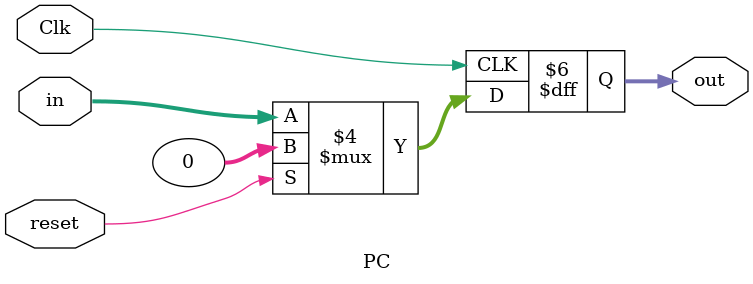
<source format=v>
`timescale 1ns / 1ps


module PC(
    input Clk,
    input reset,
    input [31:0] in,
    output reg [31:0] out
    );

    always @(posedge Clk) begin
        if (!reset) out <= in;
        else out <= 0;
    end

endmodule

</source>
